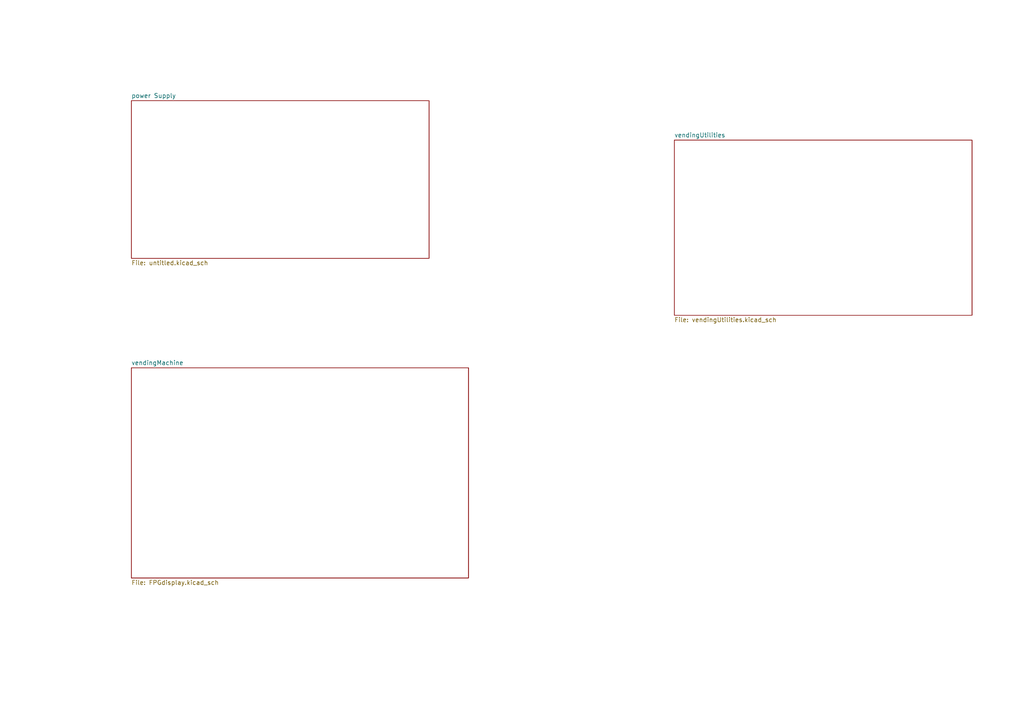
<source format=kicad_sch>
(kicad_sch (version 20230121) (generator eeschema)
  (paper "A4")
  (lib_symbols)
  (sheet (at 195.58 40.64) (size 86.36 50.8) (stroke (width 0.1524))
    (property "Sheetname" "vendingUtilities" (at 195.58 39.9284 0) (effects (justify left bottom)))
    (property "Sheetfile" "vendingUtilities.kicad_sch" (at 195.58 92.0246 0) (effects (justify left top)))
  )
  (sheet (at 38.1 29.21) (size 86.36 45.72) (stroke (width 0.1524))
    (property "Sheetname" "power Supply" (at 38.1 28.4984 0) (effects (justify left bottom)))
    (property "Sheetfile" "untitled.kicad_sch" (at 38.1 75.5146 0) (effects (justify left top)))
  )
  (sheet (at 38.1 106.68) (size 97.79 60.96) (stroke (width 0.1524))
    (property "Sheetname" "vendingMachine" (at 38.1 105.9684 0) (effects (justify left bottom)))
    (property "Sheetfile" "FPGdisplay.kicad_sch" (at 38.1 168.2246 0) (effects (justify left top)))
  )
)
</source>
